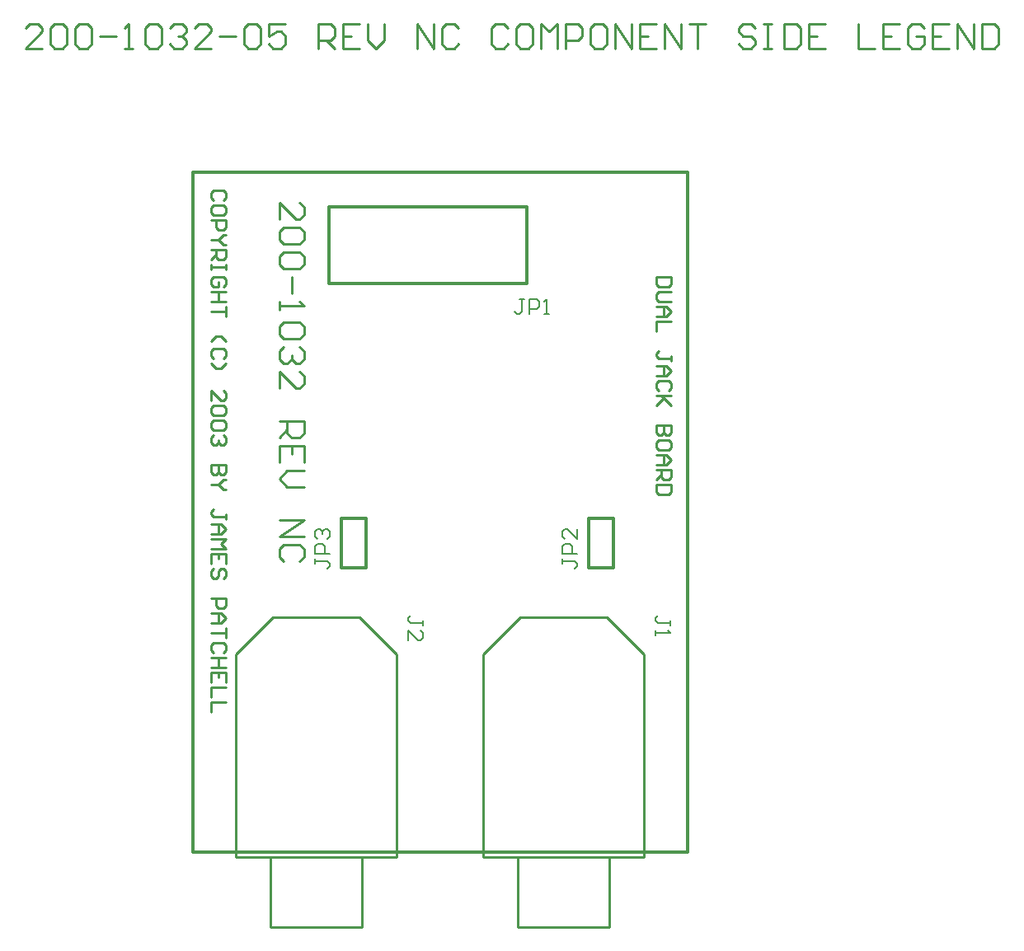
<source format=gto>
*%FSLAX23Y23*%
*%MOIN*%
G01*
%ADD11C,0.006*%
%ADD12C,0.007*%
%ADD13C,0.010*%
%ADD14C,0.012*%
%ADD15C,0.036*%
%ADD16C,0.050*%
%ADD17C,0.056*%
%ADD18C,0.060*%
%ADD19C,0.062*%
%ADD20C,0.068*%
%ADD21C,0.080*%
%ADD22C,0.095*%
%ADD23C,0.115*%
%ADD24C,0.120*%
%ADD25C,0.126*%
%ADD26C,0.150*%
%ADD27C,0.156*%
%ADD28R,0.062X0.062*%
%ADD29R,0.068X0.068*%
D11*
X9297Y7344D02*
Y7364D01*
Y7354D01*
X9247D01*
X9237Y7364D01*
Y7374D01*
X9247Y7384D01*
X9237Y7324D02*
Y7284D01*
Y7324D02*
X9277Y7284D01*
X9287D01*
X9297Y7294D01*
Y7314D01*
X9287Y7324D01*
X10297Y7344D02*
Y7364D01*
Y7354D01*
X10247D01*
X10237Y7364D01*
Y7374D01*
X10247Y7384D01*
X10237Y7324D02*
Y7304D01*
Y7314D01*
X10297D01*
X10298D01*
X10297D02*
X10287Y7324D01*
X8861Y7593D02*
Y7613D01*
Y7603D02*
Y7593D01*
Y7603D02*
X8911D01*
X8921Y7593D01*
Y7583D01*
X8911Y7573D01*
X8921Y7633D02*
X8861D01*
Y7663D01*
X8871Y7673D01*
X8891D01*
X8901Y7663D01*
Y7633D01*
X8871Y7693D02*
X8861Y7703D01*
Y7723D01*
X8871Y7733D01*
X8881D01*
X8882D01*
X8881D02*
X8882D01*
X8881D02*
X8882D01*
X8881D02*
X8891Y7723D01*
Y7713D01*
Y7723D01*
X8901Y7733D01*
X8911D01*
X8921Y7723D01*
Y7703D01*
X8911Y7693D01*
X9861Y7613D02*
Y7593D01*
Y7603D01*
X9911D01*
X9921Y7593D01*
Y7583D01*
X9911Y7573D01*
X9921Y7633D02*
X9861D01*
Y7663D01*
X9871Y7673D01*
X9891D01*
X9901Y7663D01*
Y7633D01*
X9921Y7693D02*
Y7733D01*
Y7693D02*
X9881Y7733D01*
X9871D01*
X9861Y7723D01*
Y7703D01*
X9871Y7693D01*
X9707Y8664D02*
X9687D01*
X9697D01*
Y8614D01*
X9687Y8604D01*
X9677D01*
X9667Y8614D01*
X9727Y8604D02*
Y8664D01*
X9757D01*
X9767Y8654D01*
Y8634D01*
X9757Y8624D01*
X9727D01*
X9787Y8604D02*
X9807D01*
X9797D01*
Y8664D01*
X9798D01*
X9797D02*
X9787Y8654D01*
D13*
X8717Y8987D02*
Y9054D01*
X8784Y8987D01*
X8800D01*
X8817Y9004D01*
Y9037D01*
X8800Y9054D01*
Y8954D02*
X8817Y8937D01*
Y8904D01*
X8800Y8887D01*
X8734D01*
X8717Y8904D01*
Y8937D01*
X8734Y8954D01*
X8800D01*
Y8854D02*
X8817Y8837D01*
Y8804D01*
X8800Y8787D01*
X8734D01*
X8717Y8804D01*
Y8837D01*
X8734Y8854D01*
X8800D01*
X8767Y8754D02*
Y8687D01*
X8717Y8654D02*
Y8621D01*
Y8637D01*
X8817D01*
X8818D01*
X8817D02*
X8800Y8654D01*
Y8571D02*
X8817Y8554D01*
Y8521D01*
X8800Y8504D01*
X8734D01*
X8717Y8521D01*
Y8554D01*
X8734Y8571D01*
X8800D01*
Y8471D02*
X8817Y8454D01*
Y8421D01*
X8800Y8404D01*
X8784D01*
X8785D01*
X8784D02*
X8785D01*
X8784D02*
X8785D01*
X8784D02*
X8767Y8421D01*
Y8438D01*
Y8421D01*
X8750Y8404D01*
X8734D01*
X8717Y8421D01*
Y8454D01*
X8734Y8471D01*
X8717Y8371D02*
Y8304D01*
Y8371D02*
X8784Y8304D01*
X8800D01*
X8817Y8321D01*
Y8354D01*
X8800Y8371D01*
X8817Y8171D02*
X8717D01*
X8817D02*
Y8121D01*
X8800Y8104D01*
X8767D01*
X8750Y8121D01*
Y8171D01*
Y8138D02*
X8717Y8104D01*
X8817Y8071D02*
Y8004D01*
Y8071D02*
X8717D01*
Y8004D01*
X8767Y8038D02*
Y8071D01*
X8750Y7971D02*
X8817D01*
X8750D02*
X8717Y7938D01*
X8750Y7904D01*
X8817D01*
Y7771D02*
X8717D01*
Y7704D02*
X8817Y7771D01*
Y7704D02*
X8717D01*
X8800Y7604D02*
X8817Y7621D01*
Y7654D01*
X8800Y7671D01*
X8734D01*
X8717Y7654D01*
Y7621D01*
X8734Y7604D01*
X8492Y9064D02*
X8502Y9074D01*
Y9094D01*
X8492Y9104D01*
X8452D01*
X8442Y9094D01*
Y9074D01*
X8452Y9064D01*
X8502Y9034D02*
Y9014D01*
Y9034D02*
X8492Y9044D01*
X8452D01*
X8442Y9034D01*
Y9014D01*
X8452Y9004D01*
X8492D01*
X8502Y9014D01*
Y8984D02*
X8442D01*
X8502D02*
Y8954D01*
X8492Y8944D01*
X8472D01*
X8462Y8954D01*
Y8984D01*
X8492Y8924D02*
X8502D01*
X8492D02*
X8472Y8904D01*
X8492Y8884D01*
X8502D01*
X8472Y8904D02*
X8442D01*
Y8864D02*
X8502D01*
Y8834D01*
X8492Y8824D01*
X8472D01*
X8462Y8834D01*
Y8864D01*
Y8844D02*
X8442Y8824D01*
X8502Y8804D02*
Y8784D01*
Y8794D01*
X8442D01*
Y8804D01*
Y8784D01*
X8502Y8724D02*
X8492Y8714D01*
X8502Y8724D02*
Y8744D01*
X8492Y8754D01*
X8452D01*
X8442Y8744D01*
Y8724D01*
X8452Y8714D01*
X8472D01*
Y8734D01*
X8502Y8694D02*
X8442D01*
X8472D01*
Y8654D01*
X8502D01*
X8442D01*
X8502Y8634D02*
Y8594D01*
Y8614D01*
X8442D01*
X8462Y8514D02*
X8442Y8494D01*
X8462Y8514D02*
X8482D01*
X8502Y8494D01*
Y8434D02*
X8492Y8424D01*
X8502Y8434D02*
Y8454D01*
X8492Y8464D01*
X8452D01*
X8442Y8454D01*
Y8434D01*
X8452Y8424D01*
X8442Y8404D02*
X8462Y8384D01*
X8482D01*
X8502Y8404D01*
X8442Y8294D02*
Y8254D01*
Y8294D02*
X8482Y8254D01*
X8492D01*
X8502Y8264D01*
Y8284D01*
X8492Y8294D01*
Y8234D02*
X8502Y8224D01*
Y8204D01*
X8492Y8194D01*
X8452D01*
X8442Y8204D01*
Y8224D01*
X8452Y8234D01*
X8492D01*
Y8174D02*
X8502Y8164D01*
Y8144D01*
X8492Y8134D01*
X8452D01*
X8442Y8144D01*
Y8164D01*
X8452Y8174D01*
X8492D01*
Y8114D02*
X8502Y8104D01*
Y8084D01*
X8492Y8074D01*
X8482D01*
X8483D01*
X8482D02*
X8483D01*
X8482D02*
X8483D01*
X8482D02*
X8472Y8084D01*
Y8094D01*
Y8084D01*
X8462Y8074D01*
X8452D01*
X8442Y8084D01*
Y8104D01*
X8452Y8114D01*
X8442Y7994D02*
X8502D01*
X8442D02*
Y7964D01*
X8452Y7954D01*
X8462D01*
X8472Y7964D01*
Y7994D01*
X8473D01*
X8472D02*
X8473D01*
X8472D02*
X8473D01*
X8472D02*
Y7964D01*
X8482Y7954D01*
X8492D01*
X8502Y7964D01*
Y7994D01*
Y7934D02*
X8492D01*
X8472Y7914D01*
X8492Y7894D01*
X8502D01*
X8472Y7914D02*
X8442D01*
X8502Y7794D02*
Y7774D01*
Y7784D02*
Y7794D01*
Y7784D02*
X8452D01*
X8442Y7794D01*
Y7804D01*
X8452Y7814D01*
X8442Y7754D02*
X8482D01*
X8502Y7734D01*
X8482Y7714D01*
X8442D01*
X8472D01*
Y7754D01*
X8442Y7694D02*
X8502D01*
X8482Y7674D01*
X8502Y7654D01*
X8442D01*
X8502Y7634D02*
Y7594D01*
Y7634D02*
X8442D01*
Y7594D01*
X8472Y7614D02*
Y7634D01*
X8502Y7545D02*
X8492Y7535D01*
X8502Y7545D02*
Y7564D01*
X8492Y7574D01*
X8482D01*
X8472Y7564D01*
Y7545D01*
X8462Y7535D01*
X8452D01*
X8442Y7545D01*
Y7564D01*
X8452Y7574D01*
X8442Y7455D02*
X8502D01*
Y7425D01*
X8492Y7415D01*
X8472D01*
X8462Y7425D01*
Y7455D01*
X8442Y7395D02*
X8482D01*
X8502Y7375D01*
X8482Y7355D01*
X8442D01*
X8472D01*
Y7395D01*
X8502Y7335D02*
Y7295D01*
Y7315D01*
X8442D01*
X8502Y7245D02*
X8492Y7235D01*
X8502Y7245D02*
Y7265D01*
X8492Y7275D01*
X8452D01*
X8442Y7265D01*
Y7245D01*
X8452Y7235D01*
X8442Y7215D02*
X8502D01*
X8472D02*
X8442D01*
X8472D02*
Y7175D01*
X8502D01*
X8442D01*
X8502Y7155D02*
Y7115D01*
Y7155D02*
X8442D01*
Y7115D01*
X8472Y7135D02*
Y7155D01*
X8502Y7095D02*
X8442D01*
Y7055D01*
Y7035D02*
X8502D01*
X8442D02*
Y6995D01*
X10242Y8754D02*
X10302D01*
X10242D02*
Y8724D01*
X10252Y8714D01*
X10292D01*
X10302Y8724D01*
Y8754D01*
Y8694D02*
X10252D01*
X10242Y8684D01*
Y8664D01*
X10252Y8654D01*
X10302D01*
X10282Y8634D02*
X10242D01*
X10282D02*
X10302Y8614D01*
X10282Y8594D01*
X10242D01*
X10272D01*
Y8634D01*
X10302Y8574D02*
X10242D01*
Y8534D01*
X10302Y8434D02*
Y8414D01*
Y8424D02*
Y8434D01*
Y8424D02*
X10252D01*
X10242Y8434D01*
Y8444D01*
X10252Y8454D01*
X10242Y8394D02*
X10282D01*
X10302Y8374D01*
X10282Y8354D01*
X10242D01*
X10272D01*
Y8394D01*
X10302Y8304D02*
X10292Y8294D01*
X10302Y8304D02*
Y8324D01*
X10292Y8334D01*
X10252D01*
X10242Y8324D01*
Y8304D01*
X10252Y8294D01*
X10242Y8274D02*
X10302D01*
X10262D02*
X10242D01*
X10262D02*
X10302Y8234D01*
X10272Y8264D01*
X10242Y8234D01*
Y8154D02*
X10302D01*
X10242D02*
Y8124D01*
X10252Y8114D01*
X10262D01*
X10272Y8124D01*
Y8154D01*
X10273D01*
X10272D02*
X10273D01*
X10272D02*
X10273D01*
X10272D02*
Y8124D01*
X10282Y8114D01*
X10292D01*
X10302Y8124D01*
Y8154D01*
Y8084D02*
Y8064D01*
Y8084D02*
X10292Y8094D01*
X10252D01*
X10242Y8084D01*
Y8064D01*
X10252Y8054D01*
X10292D01*
X10302Y8064D01*
X10282Y8034D02*
X10242D01*
X10282D02*
X10302Y8014D01*
X10282Y7994D01*
X10242D01*
X10272D01*
Y8034D01*
X10242Y7974D02*
X10302D01*
Y7944D01*
X10292Y7934D01*
X10272D01*
X10262Y7944D01*
Y7974D01*
Y7954D02*
X10242Y7934D01*
Y7914D02*
X10302D01*
X10242D02*
Y7884D01*
X10252Y7874D01*
X10292D01*
X10302Y7884D01*
Y7914D01*
X7759Y9679D02*
X7692D01*
X7759Y9746D01*
Y9762D01*
X7742Y9779D01*
X7709D01*
X7692Y9762D01*
X7792D02*
X7809Y9779D01*
X7842D01*
X7859Y9762D01*
Y9696D01*
X7842Y9679D01*
X7809D01*
X7792Y9696D01*
Y9762D01*
X7892D02*
X7909Y9779D01*
X7942D01*
X7959Y9762D01*
Y9696D01*
X7942Y9679D01*
X7909D01*
X7892Y9696D01*
Y9762D01*
X7992Y9729D02*
X8059D01*
X8092Y9679D02*
X8125D01*
X8109D01*
Y9779D01*
X8110D01*
X8109D02*
X8092Y9762D01*
X8175D02*
X8192Y9779D01*
X8225D01*
X8242Y9762D01*
Y9696D01*
X8225Y9679D01*
X8192D01*
X8175Y9696D01*
Y9762D01*
X8275D02*
X8292Y9779D01*
X8325D01*
X8342Y9762D01*
Y9746D01*
X8343D01*
X8342D02*
X8343D01*
X8342D02*
X8343D01*
X8342D02*
X8325Y9729D01*
X8308D01*
X8325D01*
X8342Y9712D01*
Y9696D01*
X8325Y9679D01*
X8292D01*
X8275Y9696D01*
X8375Y9679D02*
X8442D01*
X8375D02*
X8442Y9746D01*
Y9762D01*
X8425Y9779D01*
X8392D01*
X8375Y9762D01*
X8475Y9729D02*
X8542D01*
X8575Y9762D02*
X8592Y9779D01*
X8625D01*
X8642Y9762D01*
Y9696D01*
X8625Y9679D01*
X8592D01*
X8575Y9696D01*
Y9762D01*
X8675Y9779D02*
X8742D01*
X8675D02*
Y9729D01*
X8708Y9746D01*
X8725D01*
X8742Y9729D01*
Y9696D01*
X8725Y9679D01*
X8692D01*
X8675Y9696D01*
X8875Y9679D02*
Y9779D01*
X8925D01*
X8942Y9762D01*
Y9729D01*
X8925Y9712D01*
X8875D01*
X8908D02*
X8942Y9679D01*
X8975Y9779D02*
X9042D01*
X8975D02*
Y9679D01*
X9042D01*
X9008Y9729D02*
X8975D01*
X9075Y9712D02*
Y9779D01*
Y9712D02*
X9108Y9679D01*
X9142Y9712D01*
Y9779D01*
X9275D02*
Y9679D01*
X9341D02*
X9275Y9779D01*
X9341D02*
Y9679D01*
X9441Y9762D02*
X9425Y9779D01*
X9391D01*
X9375Y9762D01*
Y9696D01*
X9391Y9679D01*
X9425D01*
X9441Y9696D01*
X9625Y9779D02*
X9641Y9762D01*
X9625Y9779D02*
X9591D01*
X9575Y9762D01*
Y9696D01*
X9591Y9679D01*
X9625D01*
X9641Y9696D01*
X9691Y9779D02*
X9725D01*
X9691D02*
X9675Y9762D01*
Y9696D01*
X9691Y9679D01*
X9725D01*
X9741Y9696D01*
Y9762D01*
X9725Y9779D01*
X9775D02*
Y9679D01*
X9808Y9746D02*
X9775Y9779D01*
X9808Y9746D02*
X9841Y9779D01*
Y9679D01*
X9875D02*
Y9779D01*
X9925D01*
X9941Y9762D01*
Y9729D01*
X9925Y9712D01*
X9875D01*
X9991Y9779D02*
X10025D01*
X9991D02*
X9975Y9762D01*
Y9696D01*
X9991Y9679D01*
X10025D01*
X10041Y9696D01*
Y9762D01*
X10025Y9779D01*
X10075D02*
Y9679D01*
X10141D02*
X10075Y9779D01*
X10141D02*
Y9679D01*
X10175Y9779D02*
X10241D01*
X10175D02*
Y9679D01*
X10241D01*
X10208Y9729D02*
X10175D01*
X10274Y9679D02*
Y9779D01*
X10341Y9679D01*
Y9779D01*
X10374D02*
X10441D01*
X10408D01*
Y9679D01*
X10624Y9779D02*
X10641Y9762D01*
X10624Y9779D02*
X10591D01*
X10574Y9762D01*
Y9746D01*
X10591Y9729D01*
X10624D01*
X10641Y9712D01*
Y9696D01*
X10624Y9679D01*
X10591D01*
X10574Y9696D01*
X10674Y9779D02*
X10708D01*
X10691D01*
Y9679D01*
X10674D01*
X10708D01*
X10758D02*
Y9779D01*
Y9679D02*
X10808D01*
X10824Y9696D01*
Y9762D01*
X10808Y9779D01*
X10758D01*
X10858D02*
X10924D01*
X10858D02*
Y9679D01*
X10924D01*
X10891Y9729D02*
X10858D01*
X11058Y9679D02*
Y9779D01*
Y9679D02*
X11124D01*
X11158Y9779D02*
X11224D01*
X11158D02*
Y9679D01*
X11224D01*
X11191Y9729D02*
X11158D01*
X11307Y9779D02*
X11324Y9762D01*
X11307Y9779D02*
X11274D01*
X11258Y9762D01*
Y9696D01*
X11274Y9679D01*
X11307D01*
X11324Y9696D01*
Y9729D01*
X11291D01*
X11357Y9779D02*
X11424D01*
X11357D02*
Y9679D01*
X11424D01*
X11391Y9729D02*
X11357D01*
X11457Y9679D02*
Y9779D01*
X11524Y9679D01*
Y9779D01*
X11557D02*
Y9679D01*
X11607D01*
X11624Y9696D01*
Y9762D01*
X11607Y9779D01*
X11557D01*
X9042Y7379D02*
X9192Y7229D01*
X8692Y7379D02*
X8542Y7229D01*
Y6407D01*
X9192D02*
Y7229D01*
X9052Y6404D02*
Y6124D01*
X8682D02*
Y6404D01*
X8692Y7379D02*
X9042D01*
X9192Y6407D02*
X8542D01*
X8682Y6124D02*
X9052D01*
X10192Y7229D02*
X10042Y7379D01*
X9692D02*
X9542Y7229D01*
Y6407D01*
X10192D02*
Y7229D01*
X10052Y6404D02*
Y6124D01*
X9682D02*
Y6404D01*
X9692Y7379D02*
X10042D01*
X10192Y6407D02*
X9542D01*
X9682Y6124D02*
X10052D01*
D14*
X8967Y7579D02*
Y7779D01*
X9067D02*
Y7579D01*
Y7779D02*
X8967D01*
Y7579D02*
X9067D01*
X9967D02*
Y7779D01*
X10067D02*
Y7579D01*
Y7779D02*
X9967D01*
Y7579D02*
X10067D01*
X9717Y8729D02*
Y9039D01*
X8917D02*
Y8729D01*
X9717D01*
Y9039D02*
X8917D01*
X8367Y9179D02*
X10367D01*
Y6429D02*
X8367D01*
Y9179D01*
X10367D02*
Y6429D01*
D02*
M02*

</source>
